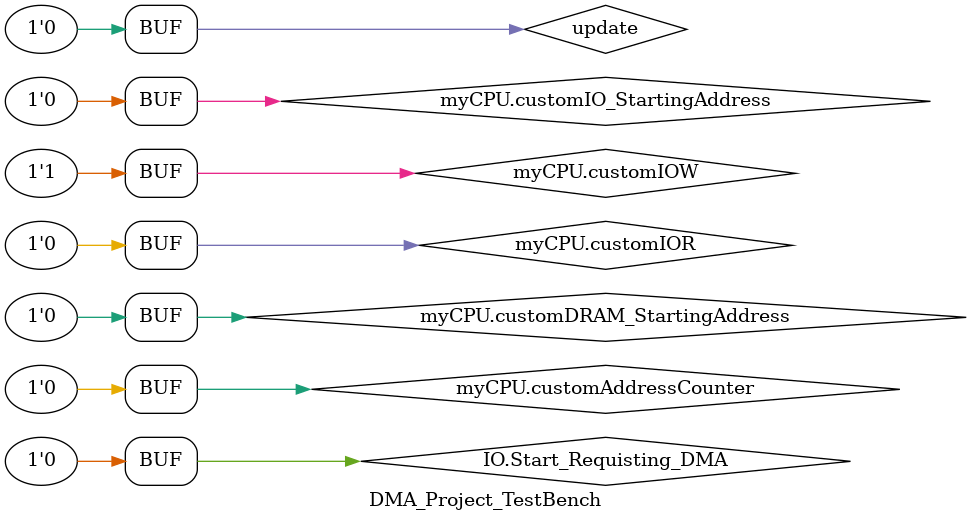
<source format=v>
module DMA_Project_TestBench;
	reg 	     update;
	wire         HRQ  , DREQ  , IOR_command , IOW_command ,MEMR , MEMW;
	wire         HLDA,  CLK, DACK  ;
	wire         IOR ,IOW , EOP;
	wire  [9:0]  DRAM_startingAddress;
	wire  [9:0]  IO_startingAddress;
	wire  [9:0]  addressCounter ; 
	wire  [9:0]  addressBus_IO;
	wire  [9:0]  addressBus_DRAM;		
	wire  [31:0] dataBus;
	
	
	
	/* Instantiating object */
	CLK_Gen myCLK(.clock(CLK));
	
	MIPS_CPU myCPU
	(
		.CLK(CLK) , .addressCounter(addressCounter) , .HLDA(HLDA) ,.HRQ(HRQ) ,
		.IOR(IOR) , .IOW(IOW) ,.EOP(EOP)  ,.update(update) ,
		.DRAM_startingAddress(DRAM_startingAddress) , .IO_startingAddress(IO_startingAddress)				
	);
	
	DMA myDMA
	(
		.addressCounter(addressCounter) ,.CLK(CLK) , .DACK(DACK)
		,.dataBus(dataBus), .DREQ(DREQ) ,.HLDA(HLDA) ,.HRQ(HRQ) ,
		.IOR(IOR) ,     .IOR_command(IOR_command) ,.IOW(IOW),
		.IOW_command(IOW_command), .MEMR(MEMR) ,.MEMW(MEMW) ,.EOP(EOP) ,
		.addressBus_DRAM(addressBus_DRAM) ,.addressBus_IO(addressBus_IO) ,
		.DRAM_startingAddress(DRAM_startingAddress) , .IO_startingAddress(IO_startingAddress)
	);
	
	IO_device IO
	(
		.CLK(CLK), .addressBus_IO(addressBus_IO) ,.DACK(DACK) ,.dataBus(dataBus) ,
		.DREQ(DREQ) ,.IOR_command(IOR_command) ,.IOW_command(IOW_command) 
	);
	
	DRAM ram
	(
		.CLK(CLK) , .addressBus_DRAM(addressBus_DRAM), .dataBus(dataBus) ,
		.MEMR(MEMR) , .MEMW(MEMW)
	);
	
	
		
	initial 
	begin
		$monitor
		(
		     "Address_IO:%d , Address_DRAM:%d ,Data Transfered:%d        ,MEMR:%b ,MEMW:%b ,IOR:%b ,IOW:%b        ,Time:" 
			,addressBus_IO,addressBus_DRAM,dataBus,MEMR,MEMW,IOR_command,IOW_command,$time
		);			
	end
	
	
	/* Initializations */
	initial 
	begin

	$display("\n\n Moving 50 Words(4B) from IO(starting from address 10) to DRAM(starting from address 0) using DMA:\n");
	
	myCPU.customDRAM_StartingAddress = 0;
	myCPU.customIO_StartingAddress = 10;	
	myCPU.customAddressCounter = 50 ;
	myCPU.customIOR = 1;
	myCPU.customIOW = 0;	
	update = 1;  
	 #2
 	update = 0;
	
	IO.Start_Requisting_DMA = 1;
	#550
	IO.Start_Requisting_DMA = 0;


	$display("\n\nMoving 40 Words(4B) from DRAM(starting from address 70) to IO(starting from address 90) using DMA:\n");

	myCPU.customDRAM_StartingAddress = 70;
	myCPU.customIO_StartingAddress = 90;
	myCPU.customAddressCounter = 40 ;
	myCPU.customIOR = 0;
	myCPU.customIOW = 1;	
	update = 1;  
	 #2
 	update = 0;
	
	IO.Start_Requisting_DMA = 1;
	#525
	IO.Start_Requisting_DMA = 0;
		
	end
		
endmodule



</source>
